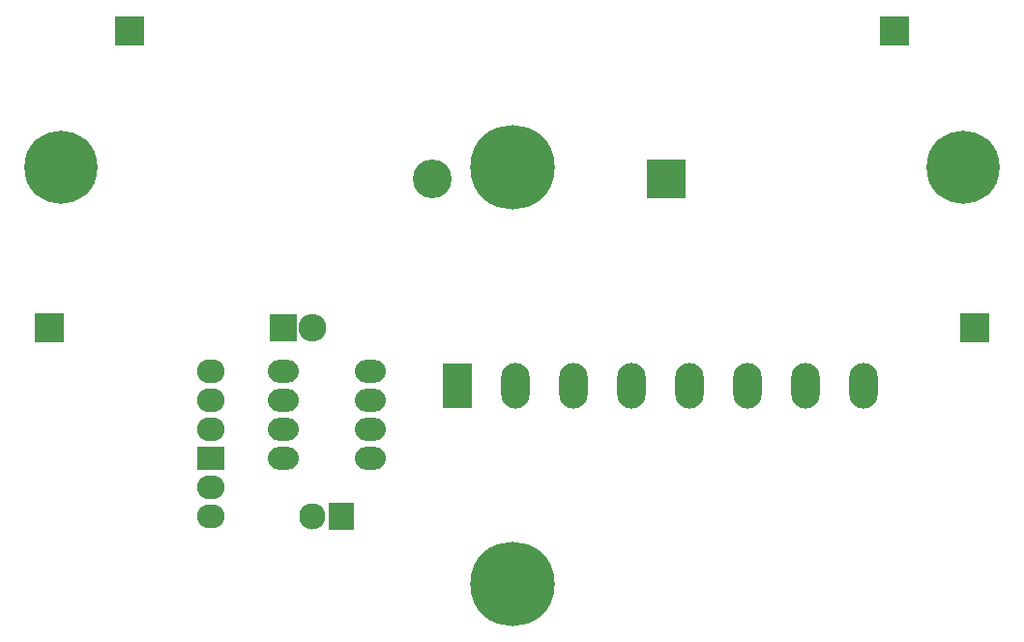
<source format=gts>
G04 #@! TF.FileFunction,Soldermask,Top*
%FSLAX46Y46*%
G04 Gerber Fmt 4.6, Leading zero omitted, Abs format (unit mm)*
G04 Created by KiCad (PCBNEW 4.0.5+dfsg1-4) date Mon May 15 15:44:01 2017*
%MOMM*%
%LPD*%
G01*
G04 APERTURE LIST*
%ADD10C,0.100000*%
%ADD11R,2.400000X2.100000*%
%ADD12O,2.400000X2.100000*%
%ADD13R,2.500000X4.000000*%
%ADD14O,2.500000X4.000000*%
%ADD15O,2.700000X2.000000*%
%ADD16C,3.400000*%
%ADD17R,3.400000X3.400000*%
%ADD18R,2.635200X2.635200*%
%ADD19R,2.300000X2.400000*%
%ADD20C,2.300000*%
%ADD21R,2.432000X2.432000*%
%ADD22O,2.432000X2.432000*%
%ADD23C,7.400000*%
%ADD24C,6.400000*%
G04 APERTURE END LIST*
D10*
D11*
X57150000Y-157480000D03*
D12*
X57150000Y-154940000D03*
X57150000Y-152400000D03*
X57150000Y-149860000D03*
X57150000Y-160020000D03*
X57150000Y-162560000D03*
D13*
X78740000Y-151130000D03*
D14*
X83820000Y-151130000D03*
X88900000Y-151130000D03*
X93980000Y-151130000D03*
X99060000Y-151130000D03*
X104140000Y-151130000D03*
X109220000Y-151130000D03*
X114300000Y-151130000D03*
D15*
X63500000Y-149860000D03*
X63500000Y-152400000D03*
X63500000Y-154940000D03*
X63500000Y-157480000D03*
X71120000Y-157480000D03*
X71120000Y-154940000D03*
X71120000Y-152400000D03*
X71120000Y-149860000D03*
D16*
X76500000Y-133000000D03*
D17*
X96990000Y-133000000D03*
D18*
X117000000Y-120000000D03*
X50000000Y-120000000D03*
D19*
X68580000Y-162560000D03*
D20*
X66040000Y-162560000D03*
D21*
X63500000Y-146050000D03*
D22*
X66040000Y-146050000D03*
D18*
X124000000Y-146000000D03*
X43000000Y-146000000D03*
D23*
X83500000Y-132000000D03*
D24*
X123000000Y-132000000D03*
X44000000Y-132000000D03*
D23*
X83500000Y-168500000D03*
M02*

</source>
